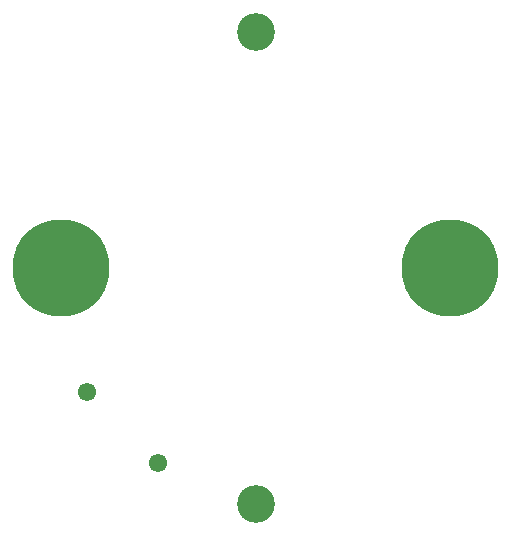
<source format=gts>
G04*
G04 #@! TF.GenerationSoftware,Altium Limited,Altium Designer,20.1.8 (145)*
G04*
G04 Layer_Color=8388736*
%FSTAX43Y43*%
%MOMM*%
G71*
G04*
G04 #@! TF.SameCoordinates,4CD76DC4-311B-4E25-801D-5A3FBB03E2DD*
G04*
G04*
G04 #@! TF.FilePolarity,Negative*
G04*
G01*
G75*
%ADD10C,8.203*%
%ADD11C,3.203*%
%ADD12C,1.553*%
D10*
X0082433Y0074549D02*
D03*
X0115433D02*
D03*
D11*
X0098997Y0094549D02*
D03*
Y0054549D02*
D03*
D12*
X0090683Y0058049D02*
D03*
X0084683Y0064049D02*
D03*
M02*

</source>
